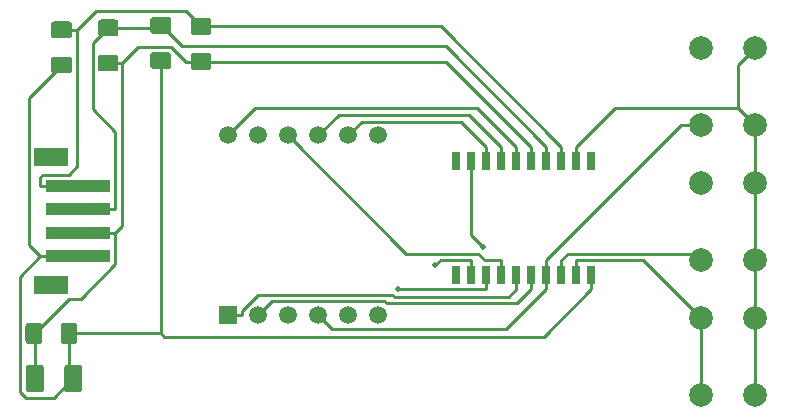
<source format=gbr>
G04 #@! TF.GenerationSoftware,KiCad,Pcbnew,5.0.0+dfsg1-2~bpo9+1*
G04 #@! TF.CreationDate,2018-09-21T22:54:25+03:00*
G04 #@! TF.ProjectId,client,636C69656E742E6B696361645F706362,rev?*
G04 #@! TF.SameCoordinates,Original*
G04 #@! TF.FileFunction,Copper,L2,Bot,Signal*
G04 #@! TF.FilePolarity,Positive*
%FSLAX46Y46*%
G04 Gerber Fmt 4.6, Leading zero omitted, Abs format (unit mm)*
G04 Created by KiCad (PCBNEW 5.0.0+dfsg1-2~bpo9+1) date Fri Sep 21 22:54:25 2018*
%MOMM*%
%LPD*%
G01*
G04 APERTURE LIST*
G04 #@! TA.AperFunction,Conductor*
%ADD10C,0.100000*%
G04 #@! TD*
G04 #@! TA.AperFunction,SMDPad,CuDef*
%ADD11C,1.425000*%
G04 #@! TD*
G04 #@! TA.AperFunction,SMDPad,CuDef*
%ADD12C,1.500000*%
G04 #@! TD*
G04 #@! TA.AperFunction,SMDPad,CuDef*
%ADD13R,3.000000X1.600000*%
G04 #@! TD*
G04 #@! TA.AperFunction,SMDPad,CuDef*
%ADD14R,5.500000X1.000000*%
G04 #@! TD*
G04 #@! TA.AperFunction,ComponentPad*
%ADD15C,2.000000*%
G04 #@! TD*
G04 #@! TA.AperFunction,SMDPad,CuDef*
%ADD16R,0.698500X1.597660*%
G04 #@! TD*
G04 #@! TA.AperFunction,ComponentPad*
%ADD17C,1.500000*%
G04 #@! TD*
G04 #@! TA.AperFunction,ComponentPad*
%ADD18R,1.500000X1.500000*%
G04 #@! TD*
G04 #@! TA.AperFunction,ViaPad*
%ADD19C,0.500000*%
G04 #@! TD*
G04 #@! TA.AperFunction,Conductor*
%ADD20C,0.250000*%
G04 #@! TD*
G04 APERTURE END LIST*
D10*
G04 #@! TO.N,GNDREF*
G04 #@! TO.C,C4*
G36*
X102468504Y-61356204D02*
X102492773Y-61359804D01*
X102516571Y-61365765D01*
X102539671Y-61374030D01*
X102561849Y-61384520D01*
X102582893Y-61397133D01*
X102602598Y-61411747D01*
X102620777Y-61428223D01*
X102637253Y-61446402D01*
X102651867Y-61466107D01*
X102664480Y-61487151D01*
X102674970Y-61509329D01*
X102683235Y-61532429D01*
X102689196Y-61556227D01*
X102692796Y-61580496D01*
X102694000Y-61605000D01*
X102694000Y-62855000D01*
X102692796Y-62879504D01*
X102689196Y-62903773D01*
X102683235Y-62927571D01*
X102674970Y-62950671D01*
X102664480Y-62972849D01*
X102651867Y-62993893D01*
X102637253Y-63013598D01*
X102620777Y-63031777D01*
X102602598Y-63048253D01*
X102582893Y-63062867D01*
X102561849Y-63075480D01*
X102539671Y-63085970D01*
X102516571Y-63094235D01*
X102492773Y-63100196D01*
X102468504Y-63103796D01*
X102444000Y-63105000D01*
X101519000Y-63105000D01*
X101494496Y-63103796D01*
X101470227Y-63100196D01*
X101446429Y-63094235D01*
X101423329Y-63085970D01*
X101401151Y-63075480D01*
X101380107Y-63062867D01*
X101360402Y-63048253D01*
X101342223Y-63031777D01*
X101325747Y-63013598D01*
X101311133Y-62993893D01*
X101298520Y-62972849D01*
X101288030Y-62950671D01*
X101279765Y-62927571D01*
X101273804Y-62903773D01*
X101270204Y-62879504D01*
X101269000Y-62855000D01*
X101269000Y-61605000D01*
X101270204Y-61580496D01*
X101273804Y-61556227D01*
X101279765Y-61532429D01*
X101288030Y-61509329D01*
X101298520Y-61487151D01*
X101311133Y-61466107D01*
X101325747Y-61446402D01*
X101342223Y-61428223D01*
X101360402Y-61411747D01*
X101380107Y-61397133D01*
X101401151Y-61384520D01*
X101423329Y-61374030D01*
X101446429Y-61365765D01*
X101470227Y-61359804D01*
X101494496Y-61356204D01*
X101519000Y-61355000D01*
X102444000Y-61355000D01*
X102468504Y-61356204D01*
X102468504Y-61356204D01*
G37*
D11*
G04 #@! TD*
G04 #@! TO.P,C4,2*
G04 #@! TO.N,GNDREF*
X101981500Y-62230000D03*
D10*
G04 #@! TO.N,VCC*
G04 #@! TO.C,C4*
G36*
X99493504Y-61356204D02*
X99517773Y-61359804D01*
X99541571Y-61365765D01*
X99564671Y-61374030D01*
X99586849Y-61384520D01*
X99607893Y-61397133D01*
X99627598Y-61411747D01*
X99645777Y-61428223D01*
X99662253Y-61446402D01*
X99676867Y-61466107D01*
X99689480Y-61487151D01*
X99699970Y-61509329D01*
X99708235Y-61532429D01*
X99714196Y-61556227D01*
X99717796Y-61580496D01*
X99719000Y-61605000D01*
X99719000Y-62855000D01*
X99717796Y-62879504D01*
X99714196Y-62903773D01*
X99708235Y-62927571D01*
X99699970Y-62950671D01*
X99689480Y-62972849D01*
X99676867Y-62993893D01*
X99662253Y-63013598D01*
X99645777Y-63031777D01*
X99627598Y-63048253D01*
X99607893Y-63062867D01*
X99586849Y-63075480D01*
X99564671Y-63085970D01*
X99541571Y-63094235D01*
X99517773Y-63100196D01*
X99493504Y-63103796D01*
X99469000Y-63105000D01*
X98544000Y-63105000D01*
X98519496Y-63103796D01*
X98495227Y-63100196D01*
X98471429Y-63094235D01*
X98448329Y-63085970D01*
X98426151Y-63075480D01*
X98405107Y-63062867D01*
X98385402Y-63048253D01*
X98367223Y-63031777D01*
X98350747Y-63013598D01*
X98336133Y-62993893D01*
X98323520Y-62972849D01*
X98313030Y-62950671D01*
X98304765Y-62927571D01*
X98298804Y-62903773D01*
X98295204Y-62879504D01*
X98294000Y-62855000D01*
X98294000Y-61605000D01*
X98295204Y-61580496D01*
X98298804Y-61556227D01*
X98304765Y-61532429D01*
X98313030Y-61509329D01*
X98323520Y-61487151D01*
X98336133Y-61466107D01*
X98350747Y-61446402D01*
X98367223Y-61428223D01*
X98385402Y-61411747D01*
X98405107Y-61397133D01*
X98426151Y-61384520D01*
X98448329Y-61374030D01*
X98471429Y-61365765D01*
X98495227Y-61359804D01*
X98519496Y-61356204D01*
X98544000Y-61355000D01*
X99469000Y-61355000D01*
X99493504Y-61356204D01*
X99493504Y-61356204D01*
G37*
D11*
G04 #@! TD*
G04 #@! TO.P,C4,1*
G04 #@! TO.N,VCC*
X99006500Y-62230000D03*
D10*
G04 #@! TO.N,Net-(C1-Pad2)*
G04 #@! TO.C,C1*
G36*
X110377504Y-35429704D02*
X110401773Y-35433304D01*
X110425571Y-35439265D01*
X110448671Y-35447530D01*
X110470849Y-35458020D01*
X110491893Y-35470633D01*
X110511598Y-35485247D01*
X110529777Y-35501723D01*
X110546253Y-35519902D01*
X110560867Y-35539607D01*
X110573480Y-35560651D01*
X110583970Y-35582829D01*
X110592235Y-35605929D01*
X110598196Y-35629727D01*
X110601796Y-35653996D01*
X110603000Y-35678500D01*
X110603000Y-36603500D01*
X110601796Y-36628004D01*
X110598196Y-36652273D01*
X110592235Y-36676071D01*
X110583970Y-36699171D01*
X110573480Y-36721349D01*
X110560867Y-36742393D01*
X110546253Y-36762098D01*
X110529777Y-36780277D01*
X110511598Y-36796753D01*
X110491893Y-36811367D01*
X110470849Y-36823980D01*
X110448671Y-36834470D01*
X110425571Y-36842735D01*
X110401773Y-36848696D01*
X110377504Y-36852296D01*
X110353000Y-36853500D01*
X109103000Y-36853500D01*
X109078496Y-36852296D01*
X109054227Y-36848696D01*
X109030429Y-36842735D01*
X109007329Y-36834470D01*
X108985151Y-36823980D01*
X108964107Y-36811367D01*
X108944402Y-36796753D01*
X108926223Y-36780277D01*
X108909747Y-36762098D01*
X108895133Y-36742393D01*
X108882520Y-36721349D01*
X108872030Y-36699171D01*
X108863765Y-36676071D01*
X108857804Y-36652273D01*
X108854204Y-36628004D01*
X108853000Y-36603500D01*
X108853000Y-35678500D01*
X108854204Y-35653996D01*
X108857804Y-35629727D01*
X108863765Y-35605929D01*
X108872030Y-35582829D01*
X108882520Y-35560651D01*
X108895133Y-35539607D01*
X108909747Y-35519902D01*
X108926223Y-35501723D01*
X108944402Y-35485247D01*
X108964107Y-35470633D01*
X108985151Y-35458020D01*
X109007329Y-35447530D01*
X109030429Y-35439265D01*
X109054227Y-35433304D01*
X109078496Y-35429704D01*
X109103000Y-35428500D01*
X110353000Y-35428500D01*
X110377504Y-35429704D01*
X110377504Y-35429704D01*
G37*
D11*
G04 #@! TD*
G04 #@! TO.P,C1,2*
G04 #@! TO.N,Net-(C1-Pad2)*
X109728000Y-36141000D03*
D10*
G04 #@! TO.N,GNDREF*
G04 #@! TO.C,C1*
G36*
X110377504Y-38404704D02*
X110401773Y-38408304D01*
X110425571Y-38414265D01*
X110448671Y-38422530D01*
X110470849Y-38433020D01*
X110491893Y-38445633D01*
X110511598Y-38460247D01*
X110529777Y-38476723D01*
X110546253Y-38494902D01*
X110560867Y-38514607D01*
X110573480Y-38535651D01*
X110583970Y-38557829D01*
X110592235Y-38580929D01*
X110598196Y-38604727D01*
X110601796Y-38628996D01*
X110603000Y-38653500D01*
X110603000Y-39578500D01*
X110601796Y-39603004D01*
X110598196Y-39627273D01*
X110592235Y-39651071D01*
X110583970Y-39674171D01*
X110573480Y-39696349D01*
X110560867Y-39717393D01*
X110546253Y-39737098D01*
X110529777Y-39755277D01*
X110511598Y-39771753D01*
X110491893Y-39786367D01*
X110470849Y-39798980D01*
X110448671Y-39809470D01*
X110425571Y-39817735D01*
X110401773Y-39823696D01*
X110377504Y-39827296D01*
X110353000Y-39828500D01*
X109103000Y-39828500D01*
X109078496Y-39827296D01*
X109054227Y-39823696D01*
X109030429Y-39817735D01*
X109007329Y-39809470D01*
X108985151Y-39798980D01*
X108964107Y-39786367D01*
X108944402Y-39771753D01*
X108926223Y-39755277D01*
X108909747Y-39737098D01*
X108895133Y-39717393D01*
X108882520Y-39696349D01*
X108872030Y-39674171D01*
X108863765Y-39651071D01*
X108857804Y-39627273D01*
X108854204Y-39603004D01*
X108853000Y-39578500D01*
X108853000Y-38653500D01*
X108854204Y-38628996D01*
X108857804Y-38604727D01*
X108863765Y-38580929D01*
X108872030Y-38557829D01*
X108882520Y-38535651D01*
X108895133Y-38514607D01*
X108909747Y-38494902D01*
X108926223Y-38476723D01*
X108944402Y-38460247D01*
X108964107Y-38445633D01*
X108985151Y-38433020D01*
X109007329Y-38422530D01*
X109030429Y-38414265D01*
X109054227Y-38408304D01*
X109078496Y-38404704D01*
X109103000Y-38403500D01*
X110353000Y-38403500D01*
X110377504Y-38404704D01*
X110377504Y-38404704D01*
G37*
D11*
G04 #@! TD*
G04 #@! TO.P,C1,1*
G04 #@! TO.N,GNDREF*
X109728000Y-39116000D03*
D10*
G04 #@! TO.N,Net-(C2-Pad2)*
G04 #@! TO.C,C2*
G36*
X101995504Y-35810704D02*
X102019773Y-35814304D01*
X102043571Y-35820265D01*
X102066671Y-35828530D01*
X102088849Y-35839020D01*
X102109893Y-35851633D01*
X102129598Y-35866247D01*
X102147777Y-35882723D01*
X102164253Y-35900902D01*
X102178867Y-35920607D01*
X102191480Y-35941651D01*
X102201970Y-35963829D01*
X102210235Y-35986929D01*
X102216196Y-36010727D01*
X102219796Y-36034996D01*
X102221000Y-36059500D01*
X102221000Y-36984500D01*
X102219796Y-37009004D01*
X102216196Y-37033273D01*
X102210235Y-37057071D01*
X102201970Y-37080171D01*
X102191480Y-37102349D01*
X102178867Y-37123393D01*
X102164253Y-37143098D01*
X102147777Y-37161277D01*
X102129598Y-37177753D01*
X102109893Y-37192367D01*
X102088849Y-37204980D01*
X102066671Y-37215470D01*
X102043571Y-37223735D01*
X102019773Y-37229696D01*
X101995504Y-37233296D01*
X101971000Y-37234500D01*
X100721000Y-37234500D01*
X100696496Y-37233296D01*
X100672227Y-37229696D01*
X100648429Y-37223735D01*
X100625329Y-37215470D01*
X100603151Y-37204980D01*
X100582107Y-37192367D01*
X100562402Y-37177753D01*
X100544223Y-37161277D01*
X100527747Y-37143098D01*
X100513133Y-37123393D01*
X100500520Y-37102349D01*
X100490030Y-37080171D01*
X100481765Y-37057071D01*
X100475804Y-37033273D01*
X100472204Y-37009004D01*
X100471000Y-36984500D01*
X100471000Y-36059500D01*
X100472204Y-36034996D01*
X100475804Y-36010727D01*
X100481765Y-35986929D01*
X100490030Y-35963829D01*
X100500520Y-35941651D01*
X100513133Y-35920607D01*
X100527747Y-35900902D01*
X100544223Y-35882723D01*
X100562402Y-35866247D01*
X100582107Y-35851633D01*
X100603151Y-35839020D01*
X100625329Y-35828530D01*
X100648429Y-35820265D01*
X100672227Y-35814304D01*
X100696496Y-35810704D01*
X100721000Y-35809500D01*
X101971000Y-35809500D01*
X101995504Y-35810704D01*
X101995504Y-35810704D01*
G37*
D11*
G04 #@! TD*
G04 #@! TO.P,C2,2*
G04 #@! TO.N,Net-(C2-Pad2)*
X101346000Y-36522000D03*
D10*
G04 #@! TO.N,GNDREF*
G04 #@! TO.C,C2*
G36*
X101995504Y-38785704D02*
X102019773Y-38789304D01*
X102043571Y-38795265D01*
X102066671Y-38803530D01*
X102088849Y-38814020D01*
X102109893Y-38826633D01*
X102129598Y-38841247D01*
X102147777Y-38857723D01*
X102164253Y-38875902D01*
X102178867Y-38895607D01*
X102191480Y-38916651D01*
X102201970Y-38938829D01*
X102210235Y-38961929D01*
X102216196Y-38985727D01*
X102219796Y-39009996D01*
X102221000Y-39034500D01*
X102221000Y-39959500D01*
X102219796Y-39984004D01*
X102216196Y-40008273D01*
X102210235Y-40032071D01*
X102201970Y-40055171D01*
X102191480Y-40077349D01*
X102178867Y-40098393D01*
X102164253Y-40118098D01*
X102147777Y-40136277D01*
X102129598Y-40152753D01*
X102109893Y-40167367D01*
X102088849Y-40179980D01*
X102066671Y-40190470D01*
X102043571Y-40198735D01*
X102019773Y-40204696D01*
X101995504Y-40208296D01*
X101971000Y-40209500D01*
X100721000Y-40209500D01*
X100696496Y-40208296D01*
X100672227Y-40204696D01*
X100648429Y-40198735D01*
X100625329Y-40190470D01*
X100603151Y-40179980D01*
X100582107Y-40167367D01*
X100562402Y-40152753D01*
X100544223Y-40136277D01*
X100527747Y-40118098D01*
X100513133Y-40098393D01*
X100500520Y-40077349D01*
X100490030Y-40055171D01*
X100481765Y-40032071D01*
X100475804Y-40008273D01*
X100472204Y-39984004D01*
X100471000Y-39959500D01*
X100471000Y-39034500D01*
X100472204Y-39009996D01*
X100475804Y-38985727D01*
X100481765Y-38961929D01*
X100490030Y-38938829D01*
X100500520Y-38916651D01*
X100513133Y-38895607D01*
X100527747Y-38875902D01*
X100544223Y-38857723D01*
X100562402Y-38841247D01*
X100582107Y-38826633D01*
X100603151Y-38814020D01*
X100625329Y-38803530D01*
X100648429Y-38795265D01*
X100672227Y-38789304D01*
X100696496Y-38785704D01*
X100721000Y-38784500D01*
X101971000Y-38784500D01*
X101995504Y-38785704D01*
X101995504Y-38785704D01*
G37*
D11*
G04 #@! TD*
G04 #@! TO.P,C2,1*
G04 #@! TO.N,GNDREF*
X101346000Y-39497000D03*
D10*
G04 #@! TO.N,GNDREF*
G04 #@! TO.C,C3*
G36*
X102860504Y-64866204D02*
X102884773Y-64869804D01*
X102908571Y-64875765D01*
X102931671Y-64884030D01*
X102953849Y-64894520D01*
X102974893Y-64907133D01*
X102994598Y-64921747D01*
X103012777Y-64938223D01*
X103029253Y-64956402D01*
X103043867Y-64976107D01*
X103056480Y-64997151D01*
X103066970Y-65019329D01*
X103075235Y-65042429D01*
X103081196Y-65066227D01*
X103084796Y-65090496D01*
X103086000Y-65115000D01*
X103086000Y-66965000D01*
X103084796Y-66989504D01*
X103081196Y-67013773D01*
X103075235Y-67037571D01*
X103066970Y-67060671D01*
X103056480Y-67082849D01*
X103043867Y-67103893D01*
X103029253Y-67123598D01*
X103012777Y-67141777D01*
X102994598Y-67158253D01*
X102974893Y-67172867D01*
X102953849Y-67185480D01*
X102931671Y-67195970D01*
X102908571Y-67204235D01*
X102884773Y-67210196D01*
X102860504Y-67213796D01*
X102836000Y-67215000D01*
X101836000Y-67215000D01*
X101811496Y-67213796D01*
X101787227Y-67210196D01*
X101763429Y-67204235D01*
X101740329Y-67195970D01*
X101718151Y-67185480D01*
X101697107Y-67172867D01*
X101677402Y-67158253D01*
X101659223Y-67141777D01*
X101642747Y-67123598D01*
X101628133Y-67103893D01*
X101615520Y-67082849D01*
X101605030Y-67060671D01*
X101596765Y-67037571D01*
X101590804Y-67013773D01*
X101587204Y-66989504D01*
X101586000Y-66965000D01*
X101586000Y-65115000D01*
X101587204Y-65090496D01*
X101590804Y-65066227D01*
X101596765Y-65042429D01*
X101605030Y-65019329D01*
X101615520Y-64997151D01*
X101628133Y-64976107D01*
X101642747Y-64956402D01*
X101659223Y-64938223D01*
X101677402Y-64921747D01*
X101697107Y-64907133D01*
X101718151Y-64894520D01*
X101740329Y-64884030D01*
X101763429Y-64875765D01*
X101787227Y-64869804D01*
X101811496Y-64866204D01*
X101836000Y-64865000D01*
X102836000Y-64865000D01*
X102860504Y-64866204D01*
X102860504Y-64866204D01*
G37*
D12*
G04 #@! TD*
G04 #@! TO.P,C3,2*
G04 #@! TO.N,GNDREF*
X102336000Y-66040000D03*
D10*
G04 #@! TO.N,VCC*
G04 #@! TO.C,C3*
G36*
X99610504Y-64866204D02*
X99634773Y-64869804D01*
X99658571Y-64875765D01*
X99681671Y-64884030D01*
X99703849Y-64894520D01*
X99724893Y-64907133D01*
X99744598Y-64921747D01*
X99762777Y-64938223D01*
X99779253Y-64956402D01*
X99793867Y-64976107D01*
X99806480Y-64997151D01*
X99816970Y-65019329D01*
X99825235Y-65042429D01*
X99831196Y-65066227D01*
X99834796Y-65090496D01*
X99836000Y-65115000D01*
X99836000Y-66965000D01*
X99834796Y-66989504D01*
X99831196Y-67013773D01*
X99825235Y-67037571D01*
X99816970Y-67060671D01*
X99806480Y-67082849D01*
X99793867Y-67103893D01*
X99779253Y-67123598D01*
X99762777Y-67141777D01*
X99744598Y-67158253D01*
X99724893Y-67172867D01*
X99703849Y-67185480D01*
X99681671Y-67195970D01*
X99658571Y-67204235D01*
X99634773Y-67210196D01*
X99610504Y-67213796D01*
X99586000Y-67215000D01*
X98586000Y-67215000D01*
X98561496Y-67213796D01*
X98537227Y-67210196D01*
X98513429Y-67204235D01*
X98490329Y-67195970D01*
X98468151Y-67185480D01*
X98447107Y-67172867D01*
X98427402Y-67158253D01*
X98409223Y-67141777D01*
X98392747Y-67123598D01*
X98378133Y-67103893D01*
X98365520Y-67082849D01*
X98355030Y-67060671D01*
X98346765Y-67037571D01*
X98340804Y-67013773D01*
X98337204Y-66989504D01*
X98336000Y-66965000D01*
X98336000Y-65115000D01*
X98337204Y-65090496D01*
X98340804Y-65066227D01*
X98346765Y-65042429D01*
X98355030Y-65019329D01*
X98365520Y-64997151D01*
X98378133Y-64976107D01*
X98392747Y-64956402D01*
X98409223Y-64938223D01*
X98427402Y-64921747D01*
X98447107Y-64907133D01*
X98468151Y-64894520D01*
X98490329Y-64884030D01*
X98513429Y-64875765D01*
X98537227Y-64869804D01*
X98561496Y-64866204D01*
X98586000Y-64865000D01*
X99586000Y-64865000D01*
X99610504Y-64866204D01*
X99610504Y-64866204D01*
G37*
D12*
G04 #@! TD*
G04 #@! TO.P,C3,1*
G04 #@! TO.N,VCC*
X99086000Y-66040000D03*
D13*
G04 #@! TO.P,J1,MP*
G04 #@! TO.N,N/C*
X100485000Y-58105000D03*
X100485000Y-47305000D03*
D14*
G04 #@! TO.P,J1,4*
G04 #@! TO.N,GNDREF*
X102735000Y-55705000D03*
G04 #@! TO.P,J1,3*
G04 #@! TO.N,VCC*
X102735000Y-53705000D03*
G04 #@! TO.P,J1,2*
G04 #@! TO.N,Net-(C1-Pad2)*
X102735000Y-51705000D03*
G04 #@! TO.P,J1,1*
G04 #@! TO.N,Net-(C2-Pad2)*
X102735000Y-49705000D03*
G04 #@! TD*
D10*
G04 #@! TO.N,VCC*
G04 #@! TO.C,R1*
G36*
X113806504Y-38495204D02*
X113830773Y-38498804D01*
X113854571Y-38504765D01*
X113877671Y-38513030D01*
X113899849Y-38523520D01*
X113920893Y-38536133D01*
X113940598Y-38550747D01*
X113958777Y-38567223D01*
X113975253Y-38585402D01*
X113989867Y-38605107D01*
X114002480Y-38626151D01*
X114012970Y-38648329D01*
X114021235Y-38671429D01*
X114027196Y-38695227D01*
X114030796Y-38719496D01*
X114032000Y-38744000D01*
X114032000Y-39669000D01*
X114030796Y-39693504D01*
X114027196Y-39717773D01*
X114021235Y-39741571D01*
X114012970Y-39764671D01*
X114002480Y-39786849D01*
X113989867Y-39807893D01*
X113975253Y-39827598D01*
X113958777Y-39845777D01*
X113940598Y-39862253D01*
X113920893Y-39876867D01*
X113899849Y-39889480D01*
X113877671Y-39899970D01*
X113854571Y-39908235D01*
X113830773Y-39914196D01*
X113806504Y-39917796D01*
X113782000Y-39919000D01*
X112532000Y-39919000D01*
X112507496Y-39917796D01*
X112483227Y-39914196D01*
X112459429Y-39908235D01*
X112436329Y-39899970D01*
X112414151Y-39889480D01*
X112393107Y-39876867D01*
X112373402Y-39862253D01*
X112355223Y-39845777D01*
X112338747Y-39827598D01*
X112324133Y-39807893D01*
X112311520Y-39786849D01*
X112301030Y-39764671D01*
X112292765Y-39741571D01*
X112286804Y-39717773D01*
X112283204Y-39693504D01*
X112282000Y-39669000D01*
X112282000Y-38744000D01*
X112283204Y-38719496D01*
X112286804Y-38695227D01*
X112292765Y-38671429D01*
X112301030Y-38648329D01*
X112311520Y-38626151D01*
X112324133Y-38605107D01*
X112338747Y-38585402D01*
X112355223Y-38567223D01*
X112373402Y-38550747D01*
X112393107Y-38536133D01*
X112414151Y-38523520D01*
X112436329Y-38513030D01*
X112459429Y-38504765D01*
X112483227Y-38498804D01*
X112507496Y-38495204D01*
X112532000Y-38494000D01*
X113782000Y-38494000D01*
X113806504Y-38495204D01*
X113806504Y-38495204D01*
G37*
D11*
G04 #@! TD*
G04 #@! TO.P,R1,2*
G04 #@! TO.N,VCC*
X113157000Y-39206500D03*
D10*
G04 #@! TO.N,Net-(C2-Pad2)*
G04 #@! TO.C,R1*
G36*
X113806504Y-35520204D02*
X113830773Y-35523804D01*
X113854571Y-35529765D01*
X113877671Y-35538030D01*
X113899849Y-35548520D01*
X113920893Y-35561133D01*
X113940598Y-35575747D01*
X113958777Y-35592223D01*
X113975253Y-35610402D01*
X113989867Y-35630107D01*
X114002480Y-35651151D01*
X114012970Y-35673329D01*
X114021235Y-35696429D01*
X114027196Y-35720227D01*
X114030796Y-35744496D01*
X114032000Y-35769000D01*
X114032000Y-36694000D01*
X114030796Y-36718504D01*
X114027196Y-36742773D01*
X114021235Y-36766571D01*
X114012970Y-36789671D01*
X114002480Y-36811849D01*
X113989867Y-36832893D01*
X113975253Y-36852598D01*
X113958777Y-36870777D01*
X113940598Y-36887253D01*
X113920893Y-36901867D01*
X113899849Y-36914480D01*
X113877671Y-36924970D01*
X113854571Y-36933235D01*
X113830773Y-36939196D01*
X113806504Y-36942796D01*
X113782000Y-36944000D01*
X112532000Y-36944000D01*
X112507496Y-36942796D01*
X112483227Y-36939196D01*
X112459429Y-36933235D01*
X112436329Y-36924970D01*
X112414151Y-36914480D01*
X112393107Y-36901867D01*
X112373402Y-36887253D01*
X112355223Y-36870777D01*
X112338747Y-36852598D01*
X112324133Y-36832893D01*
X112311520Y-36811849D01*
X112301030Y-36789671D01*
X112292765Y-36766571D01*
X112286804Y-36742773D01*
X112283204Y-36718504D01*
X112282000Y-36694000D01*
X112282000Y-35769000D01*
X112283204Y-35744496D01*
X112286804Y-35720227D01*
X112292765Y-35696429D01*
X112301030Y-35673329D01*
X112311520Y-35651151D01*
X112324133Y-35630107D01*
X112338747Y-35610402D01*
X112355223Y-35592223D01*
X112373402Y-35575747D01*
X112393107Y-35561133D01*
X112414151Y-35548520D01*
X112436329Y-35538030D01*
X112459429Y-35529765D01*
X112483227Y-35523804D01*
X112507496Y-35520204D01*
X112532000Y-35519000D01*
X113782000Y-35519000D01*
X113806504Y-35520204D01*
X113806504Y-35520204D01*
G37*
D11*
G04 #@! TD*
G04 #@! TO.P,R1,1*
G04 #@! TO.N,Net-(C2-Pad2)*
X113157000Y-36231500D03*
D10*
G04 #@! TO.N,VCC*
G04 #@! TO.C,R2*
G36*
X105932504Y-38622204D02*
X105956773Y-38625804D01*
X105980571Y-38631765D01*
X106003671Y-38640030D01*
X106025849Y-38650520D01*
X106046893Y-38663133D01*
X106066598Y-38677747D01*
X106084777Y-38694223D01*
X106101253Y-38712402D01*
X106115867Y-38732107D01*
X106128480Y-38753151D01*
X106138970Y-38775329D01*
X106147235Y-38798429D01*
X106153196Y-38822227D01*
X106156796Y-38846496D01*
X106158000Y-38871000D01*
X106158000Y-39796000D01*
X106156796Y-39820504D01*
X106153196Y-39844773D01*
X106147235Y-39868571D01*
X106138970Y-39891671D01*
X106128480Y-39913849D01*
X106115867Y-39934893D01*
X106101253Y-39954598D01*
X106084777Y-39972777D01*
X106066598Y-39989253D01*
X106046893Y-40003867D01*
X106025849Y-40016480D01*
X106003671Y-40026970D01*
X105980571Y-40035235D01*
X105956773Y-40041196D01*
X105932504Y-40044796D01*
X105908000Y-40046000D01*
X104658000Y-40046000D01*
X104633496Y-40044796D01*
X104609227Y-40041196D01*
X104585429Y-40035235D01*
X104562329Y-40026970D01*
X104540151Y-40016480D01*
X104519107Y-40003867D01*
X104499402Y-39989253D01*
X104481223Y-39972777D01*
X104464747Y-39954598D01*
X104450133Y-39934893D01*
X104437520Y-39913849D01*
X104427030Y-39891671D01*
X104418765Y-39868571D01*
X104412804Y-39844773D01*
X104409204Y-39820504D01*
X104408000Y-39796000D01*
X104408000Y-38871000D01*
X104409204Y-38846496D01*
X104412804Y-38822227D01*
X104418765Y-38798429D01*
X104427030Y-38775329D01*
X104437520Y-38753151D01*
X104450133Y-38732107D01*
X104464747Y-38712402D01*
X104481223Y-38694223D01*
X104499402Y-38677747D01*
X104519107Y-38663133D01*
X104540151Y-38650520D01*
X104562329Y-38640030D01*
X104585429Y-38631765D01*
X104609227Y-38625804D01*
X104633496Y-38622204D01*
X104658000Y-38621000D01*
X105908000Y-38621000D01*
X105932504Y-38622204D01*
X105932504Y-38622204D01*
G37*
D11*
G04 #@! TD*
G04 #@! TO.P,R2,2*
G04 #@! TO.N,VCC*
X105283000Y-39333500D03*
D10*
G04 #@! TO.N,Net-(C1-Pad2)*
G04 #@! TO.C,R2*
G36*
X105932504Y-35647204D02*
X105956773Y-35650804D01*
X105980571Y-35656765D01*
X106003671Y-35665030D01*
X106025849Y-35675520D01*
X106046893Y-35688133D01*
X106066598Y-35702747D01*
X106084777Y-35719223D01*
X106101253Y-35737402D01*
X106115867Y-35757107D01*
X106128480Y-35778151D01*
X106138970Y-35800329D01*
X106147235Y-35823429D01*
X106153196Y-35847227D01*
X106156796Y-35871496D01*
X106158000Y-35896000D01*
X106158000Y-36821000D01*
X106156796Y-36845504D01*
X106153196Y-36869773D01*
X106147235Y-36893571D01*
X106138970Y-36916671D01*
X106128480Y-36938849D01*
X106115867Y-36959893D01*
X106101253Y-36979598D01*
X106084777Y-36997777D01*
X106066598Y-37014253D01*
X106046893Y-37028867D01*
X106025849Y-37041480D01*
X106003671Y-37051970D01*
X105980571Y-37060235D01*
X105956773Y-37066196D01*
X105932504Y-37069796D01*
X105908000Y-37071000D01*
X104658000Y-37071000D01*
X104633496Y-37069796D01*
X104609227Y-37066196D01*
X104585429Y-37060235D01*
X104562329Y-37051970D01*
X104540151Y-37041480D01*
X104519107Y-37028867D01*
X104499402Y-37014253D01*
X104481223Y-36997777D01*
X104464747Y-36979598D01*
X104450133Y-36959893D01*
X104437520Y-36938849D01*
X104427030Y-36916671D01*
X104418765Y-36893571D01*
X104412804Y-36869773D01*
X104409204Y-36845504D01*
X104408000Y-36821000D01*
X104408000Y-35896000D01*
X104409204Y-35871496D01*
X104412804Y-35847227D01*
X104418765Y-35823429D01*
X104427030Y-35800329D01*
X104437520Y-35778151D01*
X104450133Y-35757107D01*
X104464747Y-35737402D01*
X104481223Y-35719223D01*
X104499402Y-35702747D01*
X104519107Y-35688133D01*
X104540151Y-35675520D01*
X104562329Y-35665030D01*
X104585429Y-35656765D01*
X104609227Y-35650804D01*
X104633496Y-35647204D01*
X104658000Y-35646000D01*
X105908000Y-35646000D01*
X105932504Y-35647204D01*
X105932504Y-35647204D01*
G37*
D11*
G04 #@! TD*
G04 #@! TO.P,R2,1*
G04 #@! TO.N,Net-(C1-Pad2)*
X105283000Y-36358500D03*
D15*
G04 #@! TO.P,SW1,1*
G04 #@! TO.N,Net-(SW1-Pad1)*
X160020000Y-44600000D03*
G04 #@! TO.P,SW1,2*
G04 #@! TO.N,Net-(SW1-Pad2)*
X155520000Y-44600000D03*
G04 #@! TO.P,SW1,1*
G04 #@! TO.N,Net-(SW1-Pad1)*
X160020000Y-38100000D03*
G04 #@! TO.P,SW1,2*
G04 #@! TO.N,Net-(SW1-Pad2)*
X155520000Y-38100000D03*
G04 #@! TD*
G04 #@! TO.P,SW2,1*
G04 #@! TO.N,Net-(SW1-Pad1)*
X160020000Y-56030000D03*
G04 #@! TO.P,SW2,2*
G04 #@! TO.N,Net-(SW2-Pad2)*
X155520000Y-56030000D03*
G04 #@! TO.P,SW2,1*
G04 #@! TO.N,Net-(SW1-Pad1)*
X160020000Y-49530000D03*
G04 #@! TO.P,SW2,2*
G04 #@! TO.N,Net-(SW2-Pad2)*
X155520000Y-49530000D03*
G04 #@! TD*
G04 #@! TO.P,SW3,1*
G04 #@! TO.N,Net-(SW1-Pad1)*
X160020000Y-67460000D03*
G04 #@! TO.P,SW3,2*
G04 #@! TO.N,Net-(SW3-Pad2)*
X155520000Y-67460000D03*
G04 #@! TO.P,SW3,1*
G04 #@! TO.N,Net-(SW1-Pad1)*
X160020000Y-60960000D03*
G04 #@! TO.P,SW3,2*
G04 #@! TO.N,Net-(SW3-Pad2)*
X155520000Y-60960000D03*
G04 #@! TD*
D16*
G04 #@! TO.P,U1,20*
G04 #@! TO.N,Net-(U1-Pad20)*
X146174460Y-47652940D03*
G04 #@! TO.P,U1,19*
G04 #@! TO.N,Net-(SW1-Pad1)*
X144904460Y-47652940D03*
G04 #@! TO.P,U1,18*
G04 #@! TO.N,Net-(C2-Pad2)*
X143634460Y-47652940D03*
G04 #@! TO.P,U1,17*
G04 #@! TO.N,Net-(C1-Pad2)*
X142364460Y-47652940D03*
G04 #@! TO.P,U1,16*
G04 #@! TO.N,VCC*
X141094460Y-47652940D03*
G04 #@! TO.P,U1,15*
G04 #@! TO.N,Net-(U1-Pad15)*
X139829540Y-47652940D03*
G04 #@! TO.P,U1,14*
G04 #@! TO.N,Net-(U1-Pad14)*
X138559540Y-47652940D03*
G04 #@! TO.P,U1,13*
G04 #@! TO.N,Net-(U1-Pad13)*
X137289540Y-47652940D03*
G04 #@! TO.P,U1,12*
G04 #@! TO.N,Net-(U1-Pad12)*
X136019540Y-47652940D03*
G04 #@! TO.P,U1,11*
G04 #@! TO.N,Net-(U1-Pad11)*
X134749540Y-47652940D03*
G04 #@! TO.P,U1,10*
G04 #@! TO.N,Net-(U1-Pad10)*
X134749540Y-57249060D03*
G04 #@! TO.P,U1,9*
G04 #@! TO.N,Net-(U1-Pad9)*
X136019540Y-57249060D03*
G04 #@! TO.P,U1,8*
G04 #@! TO.N,Net-(U1-Pad8)*
X137289540Y-57249060D03*
G04 #@! TO.P,U1,7*
G04 #@! TO.N,Net-(U1-Pad7)*
X138559540Y-57249060D03*
G04 #@! TO.P,U1,6*
G04 #@! TO.N,Net-(U1-Pad6)*
X139829540Y-57249060D03*
G04 #@! TO.P,U1,5*
G04 #@! TO.N,Net-(U1-Pad5)*
X141094460Y-57249060D03*
G04 #@! TO.P,U1,4*
G04 #@! TO.N,Net-(SW1-Pad2)*
X142364460Y-57249060D03*
G04 #@! TO.P,U1,3*
G04 #@! TO.N,Net-(SW2-Pad2)*
X143634460Y-57249060D03*
G04 #@! TO.P,U1,2*
G04 #@! TO.N,Net-(SW3-Pad2)*
X144904460Y-57249060D03*
G04 #@! TO.P,U1,1*
G04 #@! TO.N,GNDREF*
X146174460Y-57249060D03*
G04 #@! TD*
D17*
G04 #@! TO.P,U2,12*
G04 #@! TO.N,Net-(U1-Pad15)*
X115443000Y-45466000D03*
G04 #@! TO.P,U2,11*
G04 #@! TO.N,Net-(SW3-Pad2)*
X117983000Y-45466000D03*
G04 #@! TO.P,U2,10*
G04 #@! TO.N,Net-(U1-Pad7)*
X120523000Y-45466000D03*
G04 #@! TO.P,U2,9*
G04 #@! TO.N,Net-(U1-Pad14)*
X123063000Y-45466000D03*
G04 #@! TO.P,U2,8*
G04 #@! TO.N,Net-(U1-Pad13)*
X125603000Y-45466000D03*
G04 #@! TO.P,U2,7*
G04 #@! TO.N,Net-(SW2-Pad2)*
X128143000Y-45466000D03*
G04 #@! TO.P,U2,6*
G04 #@! TO.N,Net-(U1-Pad12)*
X128143000Y-60706000D03*
G04 #@! TO.P,U2,5*
G04 #@! TO.N,Net-(U1-Pad8)*
X125603000Y-60706000D03*
G04 #@! TO.P,U2,4*
G04 #@! TO.N,Net-(SW1-Pad2)*
X123063000Y-60706000D03*
G04 #@! TO.P,U2,3*
G04 #@! TO.N,Net-(U1-Pad9)*
X120523000Y-60706000D03*
G04 #@! TO.P,U2,2*
G04 #@! TO.N,Net-(U1-Pad5)*
X117983000Y-60706000D03*
D18*
G04 #@! TO.P,U2,1*
G04 #@! TO.N,Net-(U1-Pad6)*
X115443000Y-60706000D03*
G04 #@! TD*
D19*
G04 #@! TO.N,Net-(U1-Pad8)*
X129814000Y-58424200D03*
G04 #@! TO.N,Net-(U1-Pad9)*
X132997200Y-56471400D03*
G04 #@! TO.N,Net-(U1-Pad12)*
X136993500Y-54903500D03*
G04 #@! TD*
D20*
G04 #@! TO.N,VCC*
X105910300Y-53705000D02*
X105910300Y-56381200D01*
X105910300Y-56381200D02*
X102961100Y-59330400D01*
X102961100Y-59330400D02*
X101985600Y-59330400D01*
X101985600Y-59330400D02*
X99086000Y-62230000D01*
X106460800Y-39333500D02*
X106460800Y-53154500D01*
X106460800Y-53154500D02*
X105910300Y-53705000D01*
X99086000Y-62230000D02*
X99006500Y-62230000D01*
X99086000Y-62230000D02*
X99086000Y-66040000D01*
X141094500Y-47652900D02*
X141094500Y-46428800D01*
X141094500Y-46428800D02*
X133872200Y-39206500D01*
X133872200Y-39206500D02*
X113157000Y-39206500D01*
X102735000Y-53705000D02*
X105910300Y-53705000D01*
X113157000Y-39206500D02*
X111861000Y-39206500D01*
X111861000Y-39206500D02*
X110631700Y-37977200D01*
X110631700Y-37977200D02*
X107817100Y-37977200D01*
X107817100Y-37977200D02*
X106460800Y-39333500D01*
X106460800Y-39333500D02*
X105283000Y-39333500D01*
G04 #@! TO.N,GNDREF*
X99559700Y-55705000D02*
X98559600Y-54704900D01*
X98559600Y-54704900D02*
X98559600Y-42283400D01*
X98559600Y-42283400D02*
X101346000Y-39497000D01*
X99559700Y-55705000D02*
X97844200Y-57420500D01*
X97844200Y-57420500D02*
X97844200Y-67198700D01*
X97844200Y-67198700D02*
X98323700Y-67678200D01*
X98323700Y-67678200D02*
X100697800Y-67678200D01*
X100697800Y-67678200D02*
X102336000Y-66040000D01*
X102336000Y-66040000D02*
X101981500Y-65685500D01*
X101981500Y-65685500D02*
X101981500Y-62230000D01*
X102735000Y-55705000D02*
X99559700Y-55705000D01*
X109728000Y-62230000D02*
X101981500Y-62230000D01*
X109728000Y-62230000D02*
X109728000Y-39116000D01*
X146174500Y-58473200D02*
X142158100Y-62489600D01*
X142158100Y-62489600D02*
X109987600Y-62489600D01*
X109987600Y-62489600D02*
X109728000Y-62230000D01*
X146174500Y-57249100D02*
X146174500Y-58473200D01*
G04 #@! TO.N,Net-(SW1-Pad1)*
X158584700Y-43164700D02*
X160020000Y-44600000D01*
X144904500Y-46428800D02*
X148168600Y-43164700D01*
X148168600Y-43164700D02*
X158584700Y-43164700D01*
X160020000Y-38100000D02*
X158584700Y-39535300D01*
X158584700Y-39535300D02*
X158584700Y-43164700D01*
X160020000Y-56030000D02*
X160020000Y-49530000D01*
X160020000Y-60960000D02*
X160020000Y-56030000D01*
X160020000Y-49530000D02*
X160020000Y-44600000D01*
X160020000Y-67460000D02*
X160020000Y-60960000D01*
X144904500Y-47652900D02*
X144904500Y-46428800D01*
G04 #@! TO.N,Net-(C1-Pad2)*
X109728000Y-36141000D02*
X111517700Y-37930700D01*
X111517700Y-37930700D02*
X133866400Y-37930700D01*
X133866400Y-37930700D02*
X142364500Y-46428800D01*
X105283000Y-36358500D02*
X103977800Y-37663700D01*
X103977800Y-37663700D02*
X103977800Y-43226300D01*
X103977800Y-43226300D02*
X105910300Y-45158800D01*
X105910300Y-45158800D02*
X105910300Y-51705000D01*
X102735000Y-51705000D02*
X105910300Y-51705000D01*
X109728000Y-36141000D02*
X109510500Y-36358500D01*
X109510500Y-36358500D02*
X105283000Y-36358500D01*
X142364500Y-47652900D02*
X142364500Y-46428800D01*
G04 #@! TO.N,Net-(C2-Pad2)*
X143634500Y-47652900D02*
X143634500Y-46428800D01*
X143634500Y-46428800D02*
X133437200Y-36231500D01*
X133437200Y-36231500D02*
X113157000Y-36231500D01*
X102671600Y-36522000D02*
X102671600Y-48049300D01*
X102671600Y-48049300D02*
X101941200Y-48779700D01*
X101941200Y-48779700D02*
X99791000Y-48779700D01*
X99791000Y-48779700D02*
X99559700Y-49011000D01*
X99559700Y-49011000D02*
X99559700Y-49705000D01*
X101346000Y-36522000D02*
X102671600Y-36522000D01*
X102671600Y-36522000D02*
X104226400Y-34967200D01*
X104226400Y-34967200D02*
X111892700Y-34967200D01*
X111892700Y-34967200D02*
X113157000Y-36231500D01*
X102735000Y-49705000D02*
X99559700Y-49705000D01*
G04 #@! TO.N,Net-(SW1-Pad2)*
X142364500Y-57249100D02*
X142364500Y-58473200D01*
X123063000Y-60706000D02*
X124241900Y-61884900D01*
X124241900Y-61884900D02*
X138952800Y-61884900D01*
X138952800Y-61884900D02*
X142364500Y-58473200D01*
X142364500Y-57249100D02*
X142364500Y-56025000D01*
X142364500Y-56025000D02*
X153789500Y-44600000D01*
X153789500Y-44600000D02*
X155520000Y-44600000D01*
G04 #@! TO.N,Net-(SW2-Pad2)*
X143634500Y-57249100D02*
X143634500Y-56025000D01*
X155520000Y-56030000D02*
X154961500Y-55471500D01*
X154961500Y-55471500D02*
X144188000Y-55471500D01*
X144188000Y-55471500D02*
X143634500Y-56025000D01*
G04 #@! TO.N,Net-(SW3-Pad2)*
X144904500Y-57249100D02*
X144904500Y-56025000D01*
X144904500Y-56025000D02*
X150585000Y-56025000D01*
X150585000Y-56025000D02*
X155520000Y-60960000D01*
X155520000Y-60960000D02*
X155520000Y-67460000D01*
G04 #@! TO.N,Net-(U1-Pad5)*
X117983000Y-60706000D02*
X119176200Y-59512800D01*
X119176200Y-59512800D02*
X128708200Y-59512800D01*
X128708200Y-59512800D02*
X128846800Y-59651400D01*
X128846800Y-59651400D02*
X139916300Y-59651400D01*
X139916300Y-59651400D02*
X141094500Y-58473200D01*
X141094500Y-57249100D02*
X141094500Y-58473200D01*
G04 #@! TO.N,Net-(U1-Pad6)*
X116618300Y-60706000D02*
X116618300Y-60338700D01*
X116618300Y-60338700D02*
X118009900Y-58947100D01*
X118009900Y-58947100D02*
X129381900Y-58947100D01*
X129381900Y-58947100D02*
X129534300Y-59099500D01*
X129534300Y-59099500D02*
X139203200Y-59099500D01*
X139203200Y-59099500D02*
X139829500Y-58473200D01*
X139829500Y-57249100D02*
X139829500Y-58473200D01*
X115443000Y-60706000D02*
X116618300Y-60706000D01*
G04 #@! TO.N,Net-(U1-Pad7)*
X138559500Y-57249100D02*
X138559500Y-56025000D01*
X120523000Y-45466000D02*
X130515500Y-55458500D01*
X130515500Y-55458500D02*
X136593500Y-55458500D01*
X136593500Y-55458500D02*
X137160000Y-56025000D01*
X137160000Y-56025000D02*
X138559500Y-56025000D01*
G04 #@! TO.N,Net-(U1-Pad8)*
X137289500Y-57249100D02*
X137289500Y-58473200D01*
X129814000Y-58424200D02*
X129863000Y-58473200D01*
X129863000Y-58473200D02*
X137289500Y-58473200D01*
G04 #@! TO.N,Net-(U1-Pad9)*
X136019500Y-57249100D02*
X136019500Y-56025000D01*
X136019500Y-56025000D02*
X133443600Y-56025000D01*
X133443600Y-56025000D02*
X132997200Y-56471400D01*
G04 #@! TO.N,Net-(U1-Pad12)*
X136019500Y-47652900D02*
X136019500Y-53929500D01*
X136019500Y-53929500D02*
X136993500Y-54903500D01*
G04 #@! TO.N,Net-(U1-Pad13)*
X137289500Y-47652900D02*
X137289500Y-46428800D01*
X125603000Y-45466000D02*
X126786700Y-44282300D01*
X126786700Y-44282300D02*
X135143000Y-44282300D01*
X135143000Y-44282300D02*
X137289500Y-46428800D01*
G04 #@! TO.N,Net-(U1-Pad14)*
X123063000Y-45466000D02*
X124811400Y-43717600D01*
X124811400Y-43717600D02*
X135848300Y-43717600D01*
X135848300Y-43717600D02*
X138559500Y-46428800D01*
X138559500Y-47652900D02*
X138559500Y-46428800D01*
G04 #@! TO.N,Net-(U1-Pad15)*
X115443000Y-45466000D02*
X117758000Y-43151000D01*
X117758000Y-43151000D02*
X136551700Y-43151000D01*
X136551700Y-43151000D02*
X139829500Y-46428800D01*
X139829500Y-47652900D02*
X139829500Y-46428800D01*
G04 #@! TD*
M02*

</source>
